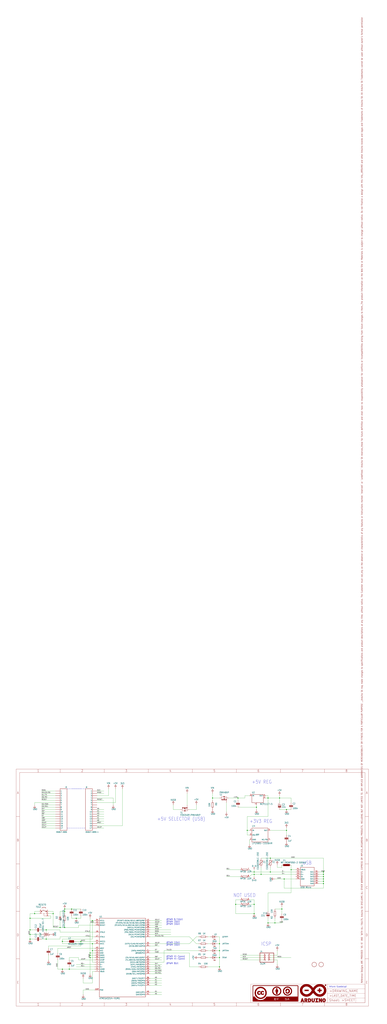
<source format=kicad_sch>
(kicad_sch (version 20211123) (generator eeschema)
  (paper "User" 425.45 1124.51)
  (lib_symbols
    (symbol "schematicEagle-eagle-import:+5V" (power)
      (property "Value" "+5V" (at -2.54 2.54 0))
      (symbol "+5V_1_0"
        (pin power_in line (at 0 -2.54 90) (length 2.54) (name "+5V") (number "1"))
      )
    )
    (symbol "schematicEagle-eagle-import:3V3" (power)
      (property "Value" "3V3" (at -2.286 2.286 0))
      (symbol "3V3_1_0"
        (pin power_in line (at 0 -2.54 90) (length 2.54) (name "3V3") (number "1"))
      )
    )
    (symbol "schematicEagle-eagle-import:4R-NCAY16"
      (property "Reference" "RN" (at -5.08 -3.048 0))
      (property "Value" "4R-NCAY16" (at 2.54 -3.048 0))
      (symbol "4R-NCAY16_1_0"
        (pin passive line (at -5.08 0 0) (length 2.54) (name "1") (number "1"))
        (pin passive line (at 5.08 0 180) (length 2.54) (name "2") (number "8"))
      )
      (symbol "4R-NCAY16_2_0"
        (pin passive line (at -5.08 0 0) (length 2.54) (name "1") (number "2"))
        (pin passive line (at 5.08 0 180) (length 2.54) (name "2") (number "7"))
      )
      (symbol "4R-NCAY16_3_0"
        (pin passive line (at -5.08 0 0) (length 2.54) (name "1") (number "3"))
        (pin passive line (at 5.08 0 180) (length 2.54) (name "2") (number "6"))
      )
      (symbol "4R-NCAY16_4_0"
        (pin passive line (at -5.08 0 0) (length 2.54) (name "1") (number "4"))
        (pin passive line (at 5.08 0 180) (length 2.54) (name "2") (number "5"))
      )
    )
    (symbol "schematicEagle-eagle-import:A3-FRAME"
      (symbol "A3-FRAME_0_0"
        (text "1" (at 24.2094 1.905 0) (effects (font (size 2.54 2.286))))
        (text "1" (at 24.2094 258.445 0) (effects (font (size 2.54 2.286))))
        (text "2" (at 72.6281 1.905 0) (effects (font (size 2.54 2.286))))
        (text "2" (at 72.6281 258.445 0) (effects (font (size 2.54 2.286))))
        (text "3" (at 121.0469 1.905 0) (effects (font (size 2.54 2.286))))
        (text "3" (at 121.0469 258.445 0) (effects (font (size 2.54 2.286))))
        (text "4" (at 169.4656 1.905 0) (effects (font (size 2.54 2.286))))
        (text "4" (at 169.4656 258.445 0) (effects (font (size 2.54 2.286))))
        (text "5" (at 217.8844 1.905 0) (effects (font (size 2.54 2.286))))
        (text "5" (at 217.8844 258.445 0) (effects (font (size 2.54 2.286))))
        (text "6" (at 266.3031 1.905 0) (effects (font (size 2.54 2.286))))
        (text "6" (at 266.3031 258.445 0) (effects (font (size 2.54 2.286))))
        (text "7" (at 314.7219 1.905 0) (effects (font (size 2.54 2.286))))
        (text "7" (at 314.7219 258.445 0) (effects (font (size 2.54 2.286))))
        (text "8" (at 363.1406 1.905 0) (effects (font (size 2.54 2.286))))
        (text "8" (at 363.1406 258.445 0) (effects (font (size 2.54 2.286))))
        (text "A" (at 1.905 234.315 0) (effects (font (size 2.54 2.286))))
        (text "A" (at 385.445 234.315 0) (effects (font (size 2.54 2.286))))
        (text "B" (at 1.905 182.245 0) (effects (font (size 2.54 2.286))))
        (text "B" (at 385.445 182.245 0) (effects (font (size 2.54 2.286))))
        (text "C" (at 1.905 130.175 0) (effects (font (size 2.54 2.286))))
        (text "C" (at 385.445 130.175 0) (effects (font (size 2.54 2.286))))
        (text "D" (at 1.905 78.105 0) (effects (font (size 2.54 2.286))))
        (text "D" (at 385.445 78.105 0) (effects (font (size 2.54 2.286))))
        (text "E" (at 1.905 26.035 0) (effects (font (size 2.54 2.286))))
        (text "E" (at 385.445 26.035 0) (effects (font (size 2.54 2.286))))
      )
      (symbol "A3-FRAME_1_0"
        (text ">DRAWING_NAME" (at 344.17 15.24 0) (effects (font (size 2.54 2.54)) (justify left bottom)))
        (text ">LAST_DATE_TIME" (at 344.17 10.16 0) (effects (font (size 2.286 2.286)) (justify left bottom)))
        (text ">SHEET" (at 357.505 5.08 0) (effects (font (size 2.54 2.54)) (justify left bottom)))
        (text "Reference Designs ARE PROVIDED \"AS IS\" AND \"WITH ALL FAULTS. Arduino SA DISCLAIMS ALL OTHER WARRANTIES, EXPRESS OR IMPLIED,_REGARDING PRODUCTS, INCLUDING BUT NOT LIMITED TO, ANY IMPLIED WARRANTIES OF MERCHANTABILITY OR FITNESS FOR A PARTICULAR PURPOSE __Arduino SA may make changes to specifications and product descriptions at any time, without notice. The Customer must not_rely on the absence or characteristics of any features or instructions marked \"reserved\" or \"undefined.\" Arduino SA reserves_these for future definition and shall have no responsibility whatsoever for conflicts or incompatibilities arising from future changes to them._The product information on the Web Site or Materials is subject to change without notice. Do not finalize a design with this info__ARDUINO and other Arduino brands and logos and Trademarks of Arduino SA. All Arduino SA Trademarks cannot be used without owner's formal permission" (at 381 25.4 900) (effects (font (size 1.6764 1.4249)) (justify left bottom)))
        (text "Sheet:" (at 343.916 4.953 0) (effects (font (size 2.54 2.54)) (justify left bottom)))
      )
    )
    (symbol "schematicEagle-eagle-import:ATMEGA32U4-XUMU"
      (property "Value" "ATMEGA32U4-XUMU" (at -20.32 -63.5 0))
      (symbol "ATMEGA32U4-XUMU_1_0"
        (pin bidirectional line (at 35.56 -10.16 180) (length 5.08) (name "(INT6/AIN0)PE6") (number "1"))
        (pin bidirectional line (at 35.56 10.16 180) (length 5.08) (name "(PDI/MOSI/PCINT2)PB2") (number "10"))
        (pin bidirectional line (at 35.56 12.7 180) (length 5.08) (name "(PD0/MISO/PCINT3)PB3") (number "11"))
        (pin bidirectional line (at 35.56 22.86 180) (length 5.08) (name "(PCINT7/OC0A/OC1C/#RTS)PB7") (number "12"))
        (pin input inverted (at -25.4 17.78 0) (length 5.08) (name "RESET") (number "13"))
        (pin power_in line (at -25.4 -10.16 0) (length 5.08) (name "VCC") (number "14"))
        (pin power_in line (at -25.4 -12.7 0) (length 5.08) (name "GND") (number "15"))
        (pin bidirectional line (at -25.4 10.16 0) (length 5.08) (name "XTAL2") (number "16"))
        (pin bidirectional line (at -25.4 5.08 0) (length 5.08) (name "XTAL1") (number "17"))
        (pin bidirectional line (at 35.56 -35.56 180) (length 5.08) (name "(OC0B/SCL/INT0)PD0") (number "18"))
        (pin bidirectional line (at 35.56 -33.02 180) (length 5.08) (name "(SDA/INT1)PD1") (number "19"))
        (pin power_in line (at -25.4 -22.86 0) (length 5.08) (name "UVCC") (number "2"))
        (pin bidirectional line (at 35.56 -30.48 180) (length 5.08) (name "(RXD1/AIN1/INT2)PD2") (number "20"))
        (pin bidirectional line (at 35.56 -27.94 180) (length 5.08) (name "(TXD1/INT3)PD3") (number "21"))
        (pin bidirectional line (at 35.56 -22.86 180) (length 5.08) (name "(XCK1/#CTS)PD5") (number "22"))
        (pin power_in line (at -25.4 -15.24 0) (length 5.08) (name "GND1") (number "23"))
        (pin power_in line (at -25.4 -2.54 0) (length 5.08) (name "AVCC") (number "24"))
        (pin bidirectional line (at 35.56 -25.4 180) (length 5.08) (name "(ICP1/ADC8)PD4") (number "25"))
        (pin bidirectional line (at 35.56 -20.32 180) (length 5.08) (name "(T1/#OC4D/ADC9)PD6") (number "26"))
        (pin bidirectional line (at 35.56 -17.78 180) (length 5.08) (name "(T0/OC4D/ADC10)PD7") (number "27"))
        (pin bidirectional line (at 35.56 15.24 180) (length 5.08) (name "(ADC11/PCINT4)PB4") (number "28"))
        (pin bidirectional line (at 35.56 17.78 180) (length 5.08) (name "(PCINT5/OC1A/#OC4B/ADC12)PB5") (number "29"))
        (pin bidirectional line (at -25.4 -25.4 0) (length 5.08) (name "D-") (number "3"))
        (pin bidirectional line (at 35.56 20.32 180) (length 5.08) (name "(PCINT6/OC1B/OC4B/ADC13)PB6") (number "30"))
        (pin bidirectional line (at 35.56 -5.08 180) (length 5.08) (name "(OC3A/#0C4A)PC6") (number "31"))
        (pin bidirectional line (at 35.56 -2.54 180) (length 5.08) (name "(ICP3/CLK0/OC4A)PC7") (number "32"))
        (pin bidirectional line (at 35.56 -12.7 180) (length 5.08) (name "(#HWB)PE2") (number "33"))
        (pin power_in line (at -25.4 22.86 0) (length 5.08) (name "VCC1") (number "34"))
        (pin power_in line (at -25.4 -17.78 0) (length 5.08) (name "GND2") (number "35"))
        (pin bidirectional line (at 35.56 -40.64 180) (length 5.08) (name "(ADC7/TDI)PF7") (number "36"))
        (pin bidirectional line (at 35.56 -43.18 180) (length 5.08) (name "(ADC6/TDO)PF6") (number "37"))
        (pin bidirectional line (at 35.56 -45.72 180) (length 5.08) (name "(ADC5/TMS)PF5") (number "38"))
        (pin bidirectional line (at 35.56 -48.26 180) (length 5.08) (name "(ADC4/TCK)PF4") (number "39"))
        (pin bidirectional line (at -25.4 -27.94 0) (length 5.08) (name "D+") (number "4"))
        (pin bidirectional line (at 35.56 -55.88 180) (length 5.08) (name "(ADC1)PF1") (number "40"))
        (pin bidirectional line (at 35.56 -58.42 180) (length 5.08) (name "(ADC0)PF0") (number "41"))
        (pin power_in line (at -25.4 -7.62 0) (length 5.08) (name "AREF") (number "42"))
        (pin power_in line (at -25.4 20.32 0) (length 5.08) (name "GND3") (number "43"))
        (pin power_in line (at -25.4 0 0) (length 5.08) (name "AVCC1") (number "44"))
        (pin power_in line (at -25.4 -30.48 0) (length 5.08) (name "UGND") (number "5"))
        (pin passive line (at -25.4 -20.32 0) (length 5.08) (name "UCAP") (number "6"))
        (pin input line (at -25.4 -33.02 0) (length 5.08) (name "VBUS") (number "7"))
        (pin bidirectional line (at 35.56 5.08 180) (length 5.08) (name "(SS/PCINT0)PB0") (number "8"))
        (pin bidirectional line (at 35.56 7.62 180) (length 5.08) (name "(SCLK/PCINT1)PB1") (number "9"))
        (pin power_in line (at -25.4 -53.34 0) (length 5.08) (name "PAD") (number "EXP"))
      )
    )
    (symbol "schematicEagle-eagle-import:C-EUC0402"
      (property "Reference" "C" (at 1.524 0.381 0))
      (property "Value" "C-EUC0402" (at 1.524 -4.699 0))
      (symbol "C-EUC0402_1_0"
        (pin passive line (at 0 2.54 270) (length 2.54) (name "1") (number "1"))
        (pin passive line (at 0 -5.08 90) (length 2.54) (name "2") (number "2"))
      )
    )
    (symbol "schematicEagle-eagle-import:CPOL-EUSMCB"
      (property "Reference" "C" (at 1.143 0.4826 0))
      (property "Value" "CPOL-EUSMCB" (at 1.143 -4.5974 0))
      (symbol "CPOL-EUSMCB_1_0"
        (text "+" (at -0.5842 0.4064 900) (effects (font (size 1.27 1.0795)) (justify left bottom)))
        (pin passive line (at 0 2.54 270) (length 2.54) (name "+") (number "+"))
        (pin passive line (at 0 -5.08 90) (length 2.54) (name "-") (number "-"))
      )
    )
    (symbol "schematicEagle-eagle-import:CRYSTAL-3.2-2.5"
      (property "Reference" "X" (at 2.54 1.016 0))
      (property "Value" "CRYSTAL-3.2-2.5" (at 2.54 -2.54 0))
      (symbol "CRYSTAL-3.2-2.5_1_0"
        (text "1" (at -2.159 -1.143 0) (effects (font (size 0.8636 0.734)) (justify left bottom)))
        (text "2" (at 1.524 -1.143 0) (effects (font (size 0.8636 0.734)) (justify left bottom)))
        (text "3" (at 1.143 2.794 900) (effects (font (size 0.8636 0.734)) (justify left bottom)))
        (pin passive line (at -2.54 0 0) (length 0) (name "C1") (number "1"))
        (pin passive line (at 0 -5.08 90) (length 2.54) (name "GND@1") (number "2"))
        (pin passive line (at 2.54 0 180) (length 0) (name "C2") (number "3"))
        (pin passive line (at 0 5.08 270) (length 2.54) (name "GND@2") (number "4"))
      )
    )
    (symbol "schematicEagle-eagle-import:DIODE-MINIMELF"
      (property "Reference" "D" (at 2.54 0.4826 0))
      (property "Value" "DIODE-MINIMELF" (at 2.54 -2.3114 0))
      (symbol "DIODE-MINIMELF_1_0"
        (pin passive line (at -2.54 0 0) (length 2.54) (name "A") (number "A"))
        (pin passive line (at 2.54 0 180) (length 2.54) (name "C") (number "C"))
      )
    )
    (symbol "schematicEagle-eagle-import:FIDUCIAL-1.5MM")
    (symbol "schematicEagle-eagle-import:GND" (power)
      (property "Value" "GND" (at -1.905 -3.175 0))
      (symbol "GND_1_0"
        (pin power_in line (at 0 2.54 270) (length 2.54) (name "GND") (number "1"))
      )
    )
    (symbol "schematicEagle-eagle-import:HEAD17-NOSS"
      (property "Reference" "J" (at -2.54 21.336 0))
      (property "Value" "HEAD17-NOSS" (at -2.54 -27.94 0))
      (symbol "HEAD17-NOSS_1_0"
        (pin passive line (at 10.16 17.78 180) (length 5.08) (name "1") (number "1"))
        (pin passive line (at 10.16 -5.08 180) (length 5.08) (name "10") (number "10"))
        (pin passive line (at 10.16 -7.62 180) (length 5.08) (name "11") (number "11"))
        (pin passive line (at 10.16 -10.16 180) (length 5.08) (name "12") (number "12"))
        (pin passive line (at 10.16 -12.7 180) (length 5.08) (name "13") (number "13"))
        (pin passive line (at 10.16 -15.24 180) (length 5.08) (name "14") (number "14"))
        (pin passive line (at 10.16 -17.78 180) (length 5.08) (name "15") (number "15"))
        (pin passive line (at 10.16 -20.32 180) (length 5.08) (name "16") (number "16"))
        (pin passive line (at 10.16 -22.86 180) (length 5.08) (name "17") (number "17"))
        (pin passive line (at 10.16 15.24 180) (length 5.08) (name "2") (number "2"))
        (pin passive line (at 10.16 12.7 180) (length 5.08) (name "3") (number "3"))
        (pin passive line (at 10.16 10.16 180) (length 5.08) (name "4") (number "4"))
        (pin passive line (at 10.16 7.62 180) (length 5.08) (name "5") (number "5"))
        (pin passive line (at 10.16 5.08 180) (length 5.08) (name "6") (number "6"))
        (pin passive line (at 10.16 2.54 180) (length 5.08) (name "7") (number "7"))
        (pin passive line (at 10.16 0 180) (length 5.08) (name "8") (number "8"))
        (pin passive line (at 10.16 -2.54 180) (length 5.08) (name "9") (number "9"))
      )
    )
    (symbol "schematicEagle-eagle-import:HEAD17-NOSS-1"
      (property "Reference" "J" (at -2.54 21.336 0))
      (property "Value" "HEAD17-NOSS-1" (at -2.54 -27.94 0))
      (symbol "HEAD17-NOSS-1_1_0"
        (pin passive line (at 10.16 17.78 180) (length 5.08) (name "1") (number "1"))
        (pin passive line (at 10.16 -5.08 180) (length 5.08) (name "10") (number "10"))
        (pin passive line (at 10.16 -7.62 180) (length 5.08) (name "11") (number "11"))
        (pin passive line (at 10.16 -10.16 180) (length 5.08) (name "12") (number "12"))
        (pin passive line (at 10.16 -12.7 180) (length 5.08) (name "13") (number "13"))
        (pin passive line (at 10.16 -15.24 180) (length 5.08) (name "14") (number "14"))
        (pin passive line (at 10.16 -17.78 180) (length 5.08) (name "15") (number "15"))
        (pin passive line (at 10.16 -20.32 180) (length 5.08) (name "16") (number "16"))
        (pin passive line (at 10.16 -22.86 180) (length 5.08) (name "17") (number "17"))
        (pin passive line (at 10.16 15.24 180) (length 5.08) (name "2") (number "2"))
        (pin passive line (at 10.16 12.7 180) (length 5.08) (name "3") (number "3"))
        (pin passive line (at 10.16 10.16 180) (length 5.08) (name "4") (number "4"))
        (pin passive line (at 10.16 7.62 180) (length 5.08) (name "5") (number "5"))
        (pin passive line (at 10.16 5.08 180) (length 5.08) (name "6") (number "6"))
        (pin passive line (at 10.16 2.54 180) (length 5.08) (name "7") (number "7"))
        (pin passive line (at 10.16 0 180) (length 5.08) (name "8") (number "8"))
        (pin passive line (at 10.16 -2.54 180) (length 5.08) (name "9") (number "9"))
      )
    )
    (symbol "schematicEagle-eagle-import:L-EUL1812"
      (property "Reference" "L" (at -1.4986 -3.81 90))
      (property "Value" "L-EUL1812" (at 3.302 -3.81 90))
      (symbol "L-EUL1812_1_0"
        (pin passive line (at 0 5.08 270) (length 2.54) (name "1") (number "1"))
        (pin passive line (at 0 -5.08 90) (length 2.54) (name "2") (number "2"))
      )
    )
    (symbol "schematicEagle-eagle-import:LEDCHIPLED_0805"
      (property "Reference" "LED" (at 3.556 -4.572 90))
      (property "Value" "LEDCHIPLED_0805" (at 5.715 -4.572 90))
      (symbol "LEDCHIPLED_0805_1_0"
        (pin passive line (at 0 2.54 270) (length 2.54) (name "A") (number "A"))
        (pin passive line (at 0 -5.08 90) (length 2.54) (name "C") (number "C"))
      )
    )
    (symbol "schematicEagle-eagle-import:LINEAR_MC33269ST"
      (property "Reference" "IC" (at -5.08 7.62 0))
      (property "Value" "LINEAR_MC33269ST" (at 3.81 -5.08 0))
      (symbol "LINEAR_MC33269ST_1_0"
        (pin input line (at 0 -5.08 90) (length 2.54) (name "GND/ADJ") (number "1"))
        (pin passive line (at 10.16 2.54 180) (length 2.54) (name "OUT@1") (number "2"))
        (pin input line (at -7.62 5.08 0) (length 2.54) (name "IN") (number "3"))
        (pin passive line (at 10.16 5.08 180) (length 2.54) (name "OUT") (number "4"))
      )
    )
    (symbol "schematicEagle-eagle-import:LP2985-XXDBVR"
      (property "Reference" "IC" (at -7.62 8.89 0))
      (property "Value" "LP2985-XXDBVR" (at -7.62 -10.16 0))
      (symbol "LP2985-XXDBVR_1_0"
        (pin input line (at -10.16 5.08 0) (length 2.54) (name "IN") (number "1"))
        (pin power_in line (at -10.16 -5.08 0) (length 2.54) (name "GND") (number "2"))
        (pin input line (at -10.16 0 0) (length 2.54) (name "ON/~{OFF}") (number "3"))
        (pin passive line (at 12.7 -5.08 180) (length 2.54) (name "NC/FB") (number "4"))
        (pin passive line (at 12.7 5.08 180) (length 2.54) (name "OUT") (number "5"))
      )
    )
    (symbol "schematicEagle-eagle-import:PINHD-2X3"
      (property "Reference" "JP" (at -6.35 5.715 0))
      (property "Value" "PINHD-2X3" (at -6.35 -7.62 0))
      (symbol "PINHD-2X3_1_0"
        (pin passive inverted (at -2.54 2.54 0) (length 2.54) (name "1") (number "1"))
        (pin passive inverted (at 5.08 2.54 180) (length 2.54) (name "2") (number "2"))
        (pin passive inverted (at -2.54 0 0) (length 2.54) (name "3") (number "3"))
        (pin passive inverted (at 5.08 0 180) (length 2.54) (name "4") (number "4"))
        (pin passive inverted (at -2.54 -2.54 0) (length 2.54) (name "5") (number "5"))
        (pin passive inverted (at 5.08 -2.54 180) (length 2.54) (name "6") (number "6"))
      )
    )
    (symbol "schematicEagle-eagle-import:PMOSSOT23"
      (property "Reference" "T" (at 2.54 2.54 0))
      (property "Value" "PMOSSOT23" (at 2.54 0 0))
      (symbol "PMOSSOT23_1_0"
        (pin passive line (at 0 5.08 270) (length 2.54) (name "D") (number "1"))
        (pin passive line (at 0 -5.08 90) (length 2.54) (name "S") (number "2"))
        (pin passive line (at -5.08 -2.54 0) (length 2.54) (name "G") (number "3"))
      )
    )
    (symbol "schematicEagle-eagle-import:R-EU_R0402"
      (property "Reference" "R" (at -3.81 1.4986 0))
      (property "Value" "R-EU_R0402" (at -3.81 -3.302 0))
      (symbol "R-EU_R0402_1_0"
        (pin passive line (at -5.08 0 0) (length 2.54) (name "1") (number "1"))
        (pin passive line (at 5.08 0 180) (length 2.54) (name "2") (number "2"))
      )
    )
    (symbol "schematicEagle-eagle-import:TPTP-1.00MM"
      (property "Reference" "TP" (at 0 0.508 0))
      (symbol "TPTP-1.00MM_1_0"
        (pin passive line (at 0 -2.54 90) (length 0) (name "P$1") (number "X"))
      )
    )
    (symbol "schematicEagle-eagle-import:TS42"
      (property "Value" "TS42" (at -3.81 3.175 90))
      (symbol "TS42_1_0"
        (pin passive line (at 0 -5.08 90) (length 2.54) (name "1") (number "1"))
        (pin passive line (at 2.54 -5.08 90) (length 2.54) (name "2") (number "2"))
        (pin passive line (at 0 5.08 270) (length 2.54) (name "3") (number "3"))
        (pin passive line (at 2.54 5.08 270) (length 2.54) (name "4") (number "4"))
        (pin power_in line (at 5.08 -5.08 90) (length 2.54) (name "5-GND") (number "5"))
      )
    )
    (symbol "schematicEagle-eagle-import:USB-MICRO-LEGACY"
      (property "Reference" "J" (at -7.62 8.382 0))
      (property "Value" "USB-MICRO-LEGACY" (at -7.62 -15.24 0))
      (symbol "USB-MICRO-LEGACY_1_0"
        (pin power_in line (at -12.7 5.08 0) (length 5.08) (name "VBUS") (number "P1"))
        (pin bidirectional line (at -12.7 2.54 0) (length 5.08) (name "D-") (number "P2"))
        (pin bidirectional line (at -12.7 0 0) (length 5.08) (name "D+") (number "P3"))
        (pin bidirectional line (at -12.7 -2.54 0) (length 5.08) (name "ID") (number "P4"))
        (pin passive line (at -12.7 -5.08 0) (length 5.08) (name "GND") (number "P5"))
        (pin passive line (at 12.7 2.54 180) (length 5.08) (name "SH1") (number "S1"))
        (pin passive line (at 12.7 0 180) (length 5.08) (name "SH2") (number "S2"))
        (pin passive line (at 12.7 -2.54 180) (length 5.08) (name "SH3") (number "S3"))
        (pin passive line (at 12.7 -5.08 180) (length 5.08) (name "SH4") (number "S4"))
        (pin passive line (at 12.7 -7.62 180) (length 5.08) (name "SH5") (number "S5"))
        (pin passive line (at 12.7 -10.16 180) (length 5.08) (name "SH6") (number "S6"))
      )
    )
    (symbol "schematicEagle-eagle-import:VARISTORCN0603"
      (property "Reference" "R" (at -2.54 3.81 0))
      (property "Value" "VARISTORCN0603" (at -2.54 -6.35 0))
      (symbol "VARISTORCN0603_1_0"
        (pin passive line (at 5.08 0 180) (length 2.54) (name "1") (number "1"))
        (pin passive line (at -5.08 0 0) (length 2.54) (name "2") (number "2"))
      )
    )
    (symbol "schematicEagle-eagle-import:VIN" (power)
      (property "Value" "VIN" (at -2.032 2.54 0))
      (symbol "VIN_1_0"
        (pin power_in line (at 0 -2.54 90) (length 2.54) (name "VIN") (number "1"))
      )
    )
    (symbol "schematicEagle-eagle-import:VUSB" (power)
      (property "Value" "VUSB" (at -3.048 2.032 0))
      (symbol "VUSB_1_0"
        (pin power_in line (at 0 -2.54 90) (length 2.54) (name "VUSB") (number "1"))
      )
    )
    (symbol "schematicEagle-eagle-import:WE-CBF_0805"
      (property "Reference" "L" (at -3.81 5.08 0))
      (property "Value" "WE-CBF_0805" (at -3.81 -1.27 0))
      (symbol "WE-CBF_0805_1_0"
        (pin passive line (at -5.08 2.54 0) (length 2.54) (name "1") (number "1"))
        (pin passive line (at 5.08 2.54 180) (length 2.54) (name "2") (number "2"))
      )
    )
  )
  (junction (at 33.02 1021.08))
  (junction (at 297.18 957.58))
  (junction (at 355.6 957.58))
  (junction (at 279.4 993.14))
  (junction (at 78.74 998.22))
  (junction (at 314.96 889))
  (junction (at 355.6 960.12))
  (junction (at 71.12 998.22))
  (junction (at 83.82 1008.38))
  (junction (at 355.6 962.66))
  (junction (at 99.06 1046.48))
  (junction (at 50.8 1021.08))
  (junction (at 287.02 960.12))
  (junction (at 38.1 1003.3))
  (junction (at 76.2 1064.26))
  (junction (at 101.6 1010.92))
  (junction (at 241.3 1036.32))
  (junction (at 99.06 1051.56))
  (junction (at 297.18 942.34))
  (junction (at 355.6 967.74))
  (junction (at 58.42 1003.3))
  (junction (at 259.08 993.14))
  (junction (at 101.6 1043.94))
  (junction (at 88.9 1033.78))
  (junction (at 241.3 1061.72))
  (junction (at 241.3 1051.56))
  (junction (at 99.06 1049.02))
  (junction (at 33.02 1008.38))
  (junction (at 101.6 1036.32))
  (junction (at 50.8 1031.24))
  (junction (at 281.94 886.46))
  (junction (at 309.88 998.22))
  (junction (at 320.04 955.04))
  (junction (at 241.3 1043.94))
  (junction (at 71.12 1000.76))
  (junction (at 66.04 1018.54))
  (junction (at 294.64 1013.46))
  (junction (at 33.02 1031.24))
  (junction (at 355.6 965.2))
  (junction (at 314.96 911.86))
  (junction (at 355.6 970.28))
  (junction (at 233.68 876.3))
  (junction (at 279.4 957.58))
  (junction (at 294.64 876.3))
  (junction (at 302.26 1013.46))
  (junction (at 271.78 911.86))
  (junction (at 279.4 960.12))
  (junction (at 279.4 1003.3))
  (junction (at 312.42 965.2))
  (junction (at 68.58 1064.26))
  (junction (at 261.62 876.3))
  (junction (at 71.12 1018.54))
  (junction (at 307.34 876.3))
  (junction (at 33.02 1026.16))
  (junction (at 68.58 1033.78))
  (wire (pts (xy 66.04 1010.92) (xy 66.04 1018.54)))
  (wire (pts (xy 274.32 922.02) (xy 274.32 927.1)))
  (wire (pts (xy 241.3 1043.94) (xy 241.3 1036.32)))
  (wire (pts (xy 325.12 965.2) (xy 312.42 965.2)))
  (wire (pts (xy 259.08 1003.3) (xy 279.4 1003.3)))
  (wire (pts (xy 45.72 883.92) (xy 60.96 883.92)))
  (wire (pts (xy 104.14 1059.18) (xy 83.82 1059.18)))
  (wire (pts (xy 53.34 1041.4) (xy 53.34 1038.86)))
  (wire (pts (xy 33.02 1003.3) (xy 33.02 1008.38)))
  (wire (pts (xy 320.04 955.04) (xy 320.04 980.44)))
  (wire (pts (xy 101.6 1036.32) (xy 101.6 1043.94)))
  (wire (pts (xy 304.8 952.5) (xy 304.8 949.96)))
  (wire (pts (xy 165.1 1076.96) (xy 177.8 1076.96)))
  (wire (pts (xy 238.76 1028.7) (xy 241.3 1028.7)))
  (wire (pts (xy 104.14 1016) (xy 86.36 1016)))
  (wire (pts (xy 104.14 1036.32) (xy 101.6 1036.32)))
  (wire (pts (xy 177.8 1010.92) (xy 165.1 1010.92)))
  (wire (pts (xy 320.04 1051.56) (xy 297.18 1051.56)))
  (wire (pts (xy 38.1 881.38) (xy 60.96 881.38)))
  (wire (pts (xy 60.96 896.62) (xy 45.72 896.62)))
  (polyline (pts (xy 73.66 866.14) (xy 78.74 866.14)))
  (wire (pts (xy 83.82 1008.38) (xy 78.74 1008.38)))
  (wire (pts (xy 106.68 873.76) (xy 119.38 873.76)))
  (wire (pts (xy 83.82 1033.78) (xy 88.9 1033.78)))
  (wire (pts (xy 99.06 1010.92) (xy 99.06 1008.38)))
  (wire (pts (xy 355.6 967.74) (xy 355.6 970.28)))
  (wire (pts (xy 43.18 1000.76) (xy 38.1 1000.76)))
  (wire (pts (xy 309.88 1013.46) (xy 302.26 1013.46)))
  (wire (pts (xy 60.96 889) (xy 45.72 889)))
  (wire (pts (xy 307.34 881.38) (xy 307.34 876.3)))
  (wire (pts (xy 101.6 1043.94) (xy 104.14 1043.94)))
  (wire (pts (xy 276.86 957.58) (xy 274.32 955.04)))
  (wire (pts (xy 165.1 1082.04) (xy 177.8 1082.04)))
  (wire (pts (xy 350.52 965.2) (xy 355.6 965.2)))
  (wire (pts (xy 309.88 995.68) (xy 309.88 998.22)))
  (wire (pts (xy 233.68 876.3) (xy 233.68 871.22)))
  (wire (pts (xy 294.64 1013.46) (xy 294.64 1008.38)))
  (wire (pts (xy 33.02 1008.38) (xy 33.02 1021.08)))
  (wire (pts (xy 261.62 878.84) (xy 261.62 876.3)))
  (wire (pts (xy 208.28 1046.48) (xy 208.28 1061.72)))
  (wire (pts (xy 281.94 886.46) (xy 281.94 889)))
  (wire (pts (xy 50.8 1023.62) (xy 50.8 1021.08)))
  (wire (pts (xy 101.6 1010.92) (xy 99.06 1010.92)))
  (wire (pts (xy 66.04 1018.54) (xy 71.12 1018.54)))
  (wire (pts (xy 60.96 891.54) (xy 45.72 891.54)))
  (wire (pts (xy 53.34 1003.3) (xy 58.42 1003.3)))
  (wire (pts (xy 88.9 1008.38) (xy 88.9 1005.84)))
  (wire (pts (xy 302.26 1008.38) (xy 302.26 1013.46)))
  (wire (pts (xy 297.18 957.58) (xy 325.12 957.58)))
  (wire (pts (xy 177.8 1013.46) (xy 165.1 1013.46)))
  (wire (pts (xy 45.72 901.7) (xy 60.96 901.7)))
  (wire (pts (xy 88.9 1033.78) (xy 104.14 1033.78)))
  (wire (pts (xy 231.14 1043.94) (xy 228.6 1043.94)))
  (wire (pts (xy 50.8 1031.24) (xy 66.04 1031.24)))
  (wire (pts (xy 58.42 1000.76) (xy 58.42 1003.3)))
  (wire (pts (xy 190.5 889) (xy 190.5 883.92)))
  (wire (pts (xy 114.3 894.08) (xy 106.68 894.08)))
  (wire (pts (xy 215.9 889) (xy 208.28 889)))
  (wire (pts (xy 78.74 998.22) (xy 88.9 998.22)))
  (wire (pts (xy 86.36 1016) (xy 86.36 1018.54)))
  (wire (pts (xy 264.16 962.66) (xy 248.92 962.66)))
  (wire (pts (xy 104.14 1051.56) (xy 99.06 1051.56)))
  (wire (pts (xy 33.02 1026.16) (xy 33.02 1031.24)))
  (wire (pts (xy 101.6 1031.24) (xy 68.58 1031.24)))
  (wire (pts (xy 304.8 1054.1) (xy 304.8 1059.18)))
  (wire (pts (xy 302.26 998.22) (xy 309.88 998.22)))
  (wire (pts (xy 134.62 906.78) (xy 134.62 866.14)))
  (wire (pts (xy 165.1 1059.18) (xy 177.8 1059.18)))
  (wire (pts (xy 38.1 881.38) (xy 38.1 883.92)))
  (wire (pts (xy 320.04 949.96) (xy 320.04 955.04)))
  (wire (pts (xy 269.24 876.3) (xy 269.24 873.76)))
  (wire (pts (xy 241.3 876.3) (xy 233.68 876.3)))
  (wire (pts (xy 60.96 876.3) (xy 45.72 876.3)))
  (wire (pts (xy 297.18 1054.1) (xy 304.8 1054.1)))
  (wire (pts (xy 248.92 891.54) (xy 248.92 881.38)))
  (wire (pts (xy 276.86 960.12) (xy 279.4 960.12)))
  (wire (pts (xy 101.6 1010.92) (xy 101.6 1031.24)))
  (wire (pts (xy 218.44 1028.7) (xy 215.9 1028.7)))
  (wire (pts (xy 177.8 1064.26) (xy 165.1 1064.26)))
  (wire (pts (xy 274.32 988.06) (xy 279.4 988.06)))
  (wire (pts (xy 350.52 960.12) (xy 355.6 960.12)))
  (wire (pts (xy 104.14 1054.1) (xy 86.36 1054.1)))
  (wire (pts (xy 355.6 962.66) (xy 355.6 965.2)))
  (wire (pts (xy 309.88 998.22) (xy 309.88 1003.3)))
  (wire (pts (xy 279.4 1003.3) (xy 279.4 993.14)))
  (wire (pts (xy 104.14 1066.8) (xy 101.6 1066.8)))
  (wire (pts (xy 53.34 1038.86) (xy 88.9 1038.86)))
  (polyline (pts (xy 73.66 909.32) (xy 93.98 909.32)))
  (wire (pts (xy 177.8 1016) (xy 165.1 1016)))
  (wire (pts (xy 294.64 876.3) (xy 294.64 896.62)))
  (wire (pts (xy 99.06 1046.48) (xy 99.06 1049.02)))
  (wire (pts (xy 104.14 1013.46) (xy 99.06 1013.46)))
  (wire (pts (xy 71.12 1018.54) (xy 86.36 1018.54)))
  (wire (pts (xy 238.76 1043.94) (xy 241.3 1043.94)))
  (wire (pts (xy 180.34 1043.94) (xy 218.44 1043.94)))
  (wire (pts (xy 309.88 949.96) (xy 309.88 952.5)))
  (wire (pts (xy 259.08 993.14) (xy 259.08 1003.3)))
  (wire (pts (xy 215.9 1036.32) (xy 218.44 1036.32)))
  (wire (pts (xy 55.88 1008.38) (xy 33.02 1008.38)))
  (wire (pts (xy 127 881.38) (xy 106.68 881.38)))
  (wire (pts (xy 292.1 873.76) (xy 294.64 873.76)))
  (wire (pts (xy 228.6 1028.7) (xy 231.14 1028.7)))
  (wire (pts (xy 76.2 1064.26) (xy 68.58 1064.26)))
  (wire (pts (xy 165.1 1056.64) (xy 180.34 1056.64)))
  (wire (pts (xy 208.28 1028.7) (xy 215.9 1036.32)))
  (wire (pts (xy 238.76 1036.32) (xy 241.3 1036.32)))
  (wire (pts (xy 68.58 1036.32) (xy 101.6 1036.32)))
  (wire (pts (xy 38.1 1021.08) (xy 33.02 1021.08)))
  (wire (pts (xy 297.18 911.86) (xy 314.96 911.86)))
  (wire (pts (xy 50.8 1021.08) (xy 66.04 1021.08)))
  (wire (pts (xy 264.16 988.06) (xy 259.08 988.06)))
  (wire (pts (xy 177.8 1066.8) (xy 165.1 1066.8)))
  (wire (pts (xy 307.34 876.3) (xy 307.34 873.76)))
  (wire (pts (xy 241.3 1061.72) (xy 241.3 1051.56)))
  (wire (pts (xy 68.58 1033.78) (xy 73.66 1033.78)))
  (wire (pts (xy 294.64 1000.76) (xy 294.64 980.44)))
  (wire (pts (xy 45.72 1021.08) (xy 50.8 1021.08)))
  (wire (pts (xy 314.96 889) (xy 307.34 889)))
  (wire (pts (xy 309.88 952.5) (xy 304.8 952.5)))
  (wire (pts (xy 302.26 965.2) (xy 312.42 965.2)))
  (wire (pts (xy 320.04 889) (xy 314.96 889)))
  (wire (pts (xy 45.72 909.32) (xy 60.96 909.32)))
  (wire (pts (xy 78.74 1008.38) (xy 78.74 1005.84)))
  (wire (pts (xy 45.72 906.78) (xy 60.96 906.78)))
  (wire (pts (xy 38.1 1003.3) (xy 43.18 1003.3)))
  (wire (pts (xy 104.14 1064.26) (xy 76.2 1064.26)))
  (wire (pts (xy 355.6 942.34) (xy 297.18 942.34)))
  (wire (pts (xy 350.52 957.58) (xy 355.6 957.58)))
  (wire (pts (xy 114.3 901.7) (xy 106.68 901.7)))
  (wire (pts (xy 45.72 1026.16) (xy 33.02 1026.16)))
  (wire (pts (xy 271.78 896.62) (xy 271.78 911.86)))
  (wire (pts (xy 91.44 1087.12) (xy 91.44 1092.2)))
  (wire (pts (xy 165.1 1079.5) (xy 177.8 1079.5)))
  (wire (pts (xy 355.6 957.58) (xy 355.6 942.34)))
  (wire (pts (xy 33.02 1021.08) (xy 33.02 1026.16)))
  (wire (pts (xy 297.18 952.5) (xy 297.18 957.58)))
  (wire (pts (xy 287.02 942.34) (xy 297.18 942.34)))
  (wire (pts (xy 312.42 965.2) (xy 312.42 975.36)))
  (wire (pts (xy 274.32 873.76) (xy 269.24 873.76)))
  (wire (pts (xy 55.88 1005.84) (xy 55.88 1008.38)))
  (wire (pts (xy 106.68 906.78) (xy 134.62 906.78)))
  (wire (pts (xy 264.16 1054.1) (xy 289.56 1054.1)))
  (wire (pts (xy 99.06 1051.56) (xy 99.06 1069.34)))
  (wire (pts (xy 325.12 955.04) (xy 320.04 955.04)))
  (wire (pts (xy 320.04 881.38) (xy 320.04 876.3)))
  (wire (pts (xy 101.6 1010.92) (xy 104.14 1010.92)))
  (wire (pts (xy 76.2 1061.72) (xy 76.2 1064.26)))
  (wire (pts (xy 215.9 883.92) (xy 215.9 889)))
  (wire (pts (xy 228.6 1036.32) (xy 231.14 1036.32)))
  (wire (pts (xy 114.3 889) (xy 106.68 889)))
  (wire (pts (xy 58.42 1003.3) (xy 58.42 1018.54)))
  (wire (pts (xy 60.96 868.68) (xy 45.72 868.68)))
  (wire (pts (xy 187.96 1021.08) (xy 165.1 1021.08)))
  (wire (pts (xy 104.14 1061.72) (xy 83.82 1061.72)))
  (wire (pts (xy 88.9 1008.38) (xy 83.82 1008.38)))
  (wire (pts (xy 165.1 1046.48) (xy 208.28 1046.48)))
  (wire (pts (xy 66.04 1023.62) (xy 66.04 1021.08)))
  (wire (pts (xy 215.9 1028.7) (xy 208.28 1036.32)))
  (wire (pts (xy 114.3 904.24) (xy 106.68 904.24)))
  (wire (pts (xy 104.14 1046.48) (xy 99.06 1046.48)))
  (wire (pts (xy 114.3 896.62) (xy 106.68 896.62)))
  (wire (pts (xy 279.4 960.12) (xy 279.4 962.66)))
  (wire (pts (xy 71.12 1000.76) (xy 71.12 998.22)))
  (wire (pts (xy 264.16 955.04) (xy 248.92 955.04)))
  (wire (pts (xy 66.04 1028.7) (xy 66.04 1031.24)))
  (wire (pts (xy 287.02 960.12) (xy 325.12 960.12)))
  (wire (pts (xy 187.96 1026.16) (xy 165.1 1026.16)))
  (wire (pts (xy 355.6 965.2) (xy 355.6 967.74)))
  (wire (pts (xy 60.96 873.76) (xy 45.72 873.76)))
  (wire (pts (xy 177.8 1054.1) (xy 165.1 1054.1)))
  (wire (pts (xy 53.34 1054.1) (xy 53.34 1049.02)))
  (wire (pts (xy 208.28 1061.72) (xy 218.44 1061.72)))
  (polyline (pts (xy 88.9 866.14) (xy 78.74 866.14)))
  (wire (pts (xy 68.58 1064.26) (xy 63.5 1064.26)))
  (wire (pts (xy 60.96 871.22) (xy 45.72 871.22)))
  (wire (pts (xy 63.5 1041.4) (xy 63.5 1046.48)))
  (wire (pts (xy 99.06 1046.48) (xy 99.06 1013.46)))
  (wire (pts (xy 104.14 1087.12) (xy 91.44 1087.12)))
  (wire (pts (xy 271.78 911.86) (xy 274.32 911.86)))
  (wire (pts (xy 68.58 1031.24) (xy 68.58 1033.78)))
  (wire (pts (xy 58.42 1018.54) (xy 66.04 1018.54)))
  (wire (pts (xy 264.16 993.14) (xy 259.08 993.14)))
  (wire (pts (xy 228.6 1061.72) (xy 241.3 1061.72)))
  (wire (pts (xy 66.04 1000.76) (xy 71.12 1000.76)))
  (wire (pts (xy 302.26 1013.46) (xy 294.64 1013.46)))
  (wire (pts (xy 279.4 988.06) (xy 279.4 993.14)))
  (wire (pts (xy 101.6 1056.64) (xy 101.6 1043.94)))
  (wire (pts (xy 101.6 1079.5) (xy 91.44 1079.5)))
  (wire (pts (xy 101.6 1066.8) (xy 101.6 1079.5)))
  (wire (pts (xy 355.6 957.58) (xy 355.6 960.12)))
  (wire (pts (xy 177.8 1069.34) (xy 165.1 1069.34)))
  (wire (pts (xy 320.04 876.3) (xy 307.34 876.3)))
  (wire (pts (xy 177.8 1061.72) (xy 165.1 1061.72)))
  (wire (pts (xy 350.52 970.28) (xy 355.6 970.28)))
  (wire (pts (xy 104.14 1049.02) (xy 99.06 1049.02)))
  (wire (pts (xy 264.16 1051.56) (xy 289.56 1051.56)))
  (wire (pts (xy 71.12 998.22) (xy 78.74 998.22)))
  (wire (pts (xy 314.96 916.94) (xy 314.96 911.86)))
  (wire (pts (xy 165.1 1074.42) (xy 177.8 1074.42)))
  (wire (pts (xy 165.1 1092.2) (xy 177.8 1092.2)))
  (wire (pts (xy 350.52 967.74) (xy 355.6 967.74)))
  (wire (pts (xy 205.74 883.92) (xy 205.74 871.22)))
  (wire (pts (xy 114.3 868.68) (xy 106.68 868.68)))
  (wire (pts (xy 228.6 1051.56) (xy 231.14 1051.56)))
  (wire (pts (xy 91.44 1079.5) (xy 91.44 1074.42)))
  (wire (pts (xy 45.72 904.24) (xy 60.96 904.24)))
  (wire (pts (xy 271.78 916.94) (xy 271.78 911.86)))
  (wire (pts (xy 279.4 960.12) (xy 287.02 960.12)))
  (wire (pts (xy 281.94 886.46) (xy 281.94 883.92)))
  (wire (pts (xy 104.14 881.38) (xy 106.68 881.38)))
  (wire (pts (xy 33.02 1003.3) (xy 38.1 1003.3)))
  (wire (pts (xy 279.4 955.04) (xy 279.4 957.58)))
  (wire (pts (xy 238.76 1051.56) (xy 241.3 1051.56)))
  (wire (pts (xy 355.6 960.12) (xy 355.6 962.66)))
  (wire (pts (xy 45.72 1031.24) (xy 50.8 1031.24)))
  (wire (pts (xy 88.9 1038.86) (xy 88.9 1033.78)))
  (wire (pts (xy 355.6 975.36) (xy 355.6 970.28)))
  (wire (pts (xy 165.1 1089.66) (xy 177.8 1089.66)))
  (wire (pts (xy 294.64 896.62) (xy 271.78 896.62)))
  (wire (pts (xy 104.14 1041.4) (xy 63.5 1041.4)))
  (wire (pts (xy 294.64 876.3) (xy 307.34 876.3)))
  (wire (pts (xy 86.36 1054.1) (xy 86.36 1051.56)))
  (wire (pts (xy 60.96 899.16) (xy 45.72 899.16)))
  (wire (pts (xy 233.68 878.84) (xy 233.68 876.3)))
  (wire (pts (xy 279.4 993.14) (xy 274.32 993.14)))
  (wire (pts (xy 38.1 1000.76) (xy 38.1 1003.3)))
  (wire (pts (xy 294.64 873.76) (xy 294.64 876.3)))
  (wire (pts (xy 208.28 1036.32) (xy 165.1 1036.32)))
  (wire (pts (xy 71.12 1013.46) (xy 71.12 1018.54)))
  (wire (pts (xy 50.8 1028.7) (xy 50.8 1031.24)))
  (wire (pts (xy 104.14 1023.62) (xy 66.04 1023.62)))
  (wire (pts (xy 45.72 886.46) (xy 60.96 886.46)))
  (wire (pts (xy 127 881.38) (xy 127 866.14)))
  (wire (pts (xy 68.58 1033.78) (xy 68.58 1036.32)))
  (wire (pts (xy 165.1 1018.54) (xy 177.8 1018.54)))
  (wire (pts (xy 114.3 878.84) (xy 106.68 878.84)))
  (wire (pts (xy 104.14 1056.64) (xy 101.6 1056.64)))
  (wire (pts (xy 241.3 1036.32) (xy 241.3 1028.7)))
  (wire (pts (xy 180.34 1056.64) (xy 180.34 1043.94)))
  (wire (pts (xy 63.5 1054.1) (xy 63.5 1064.26)))
  (wire (pts (xy 53.34 1005.84) (xy 55.88 1005.84)))
  (wire (pts (xy 71.12 1003.3) (xy 71.12 1000.76)))
  (wire (pts (xy 114.3 909.32) (xy 106.68 909.32)))
  (wire (pts (xy 187.96 1023.62) (xy 165.1 1023.62)))
  (wire (pts (xy 261.62 886.46) (xy 281.94 886.46)))
  (wire (pts (xy 53.34 1000.76) (xy 58.42 1000.76)))
  (wire (pts (xy 45.72 894.08) (xy 60.96 894.08)))
  (wire (pts (xy 279.4 957.58) (xy 297.18 957.58)))
  (polyline (pts (xy 78.74 866.14) (xy 88.9 866.14)))
  (wire (pts (xy 292.1 876.3) (xy 294.64 876.3)))
  (wire (pts (xy 276.86 960.12) (xy 274.32 962.66)))
  (wire (pts (xy 287.02 952.5) (xy 287.02 960.12)))
  (wire (pts (xy 114.3 891.54) (xy 106.68 891.54)))
  (wire (pts (xy 66.04 1005.84) (xy 66.04 1000.76)))
  (wire (pts (xy 175.26 1043.94) (xy 165.1 1043.94)))
  (polyline (pts (xy 88.9 866.14) (xy 93.98 866.14)))
  (wire (pts (xy 241.3 1051.56) (xy 241.3 1043.94)))
  (wire (pts (xy 190.5 889) (xy 198.12 889)))
  (wire (pts (xy 119.38 873.76) (xy 119.38 866.14)))
  (wire (pts (xy 86.36 1051.56) (xy 76.2 1051.56)))
  (wire (pts (xy 165.1 1038.86) (xy 175.26 1038.86)))
  (wire (pts (xy 114.3 871.22) (xy 106.68 871.22)))
  (wire (pts (xy 104.14 1028.7) (xy 66.04 1028.7)))
  (wire (pts (xy 261.62 876.3) (xy 269.24 876.3)))
  (wire (pts (xy 297.18 1049.02) (xy 304.8 1049.02)))
  (wire (pts (xy 274.32 916.94) (xy 271.78 916.94)))
  (wire (pts (xy 114.3 899.16) (xy 106.68 899.16)))
  (wire (pts (xy 60.96 878.84) (xy 45.72 878.84)))
  (wire (pts (xy 312.42 975.36) (xy 355.6 975.36)))
  (wire (pts (xy 350.52 962.66) (xy 355.6 962.66)))
  (wire (pts (xy 208.28 1028.7) (xy 165.1 1028.7)))
  (wire (pts (xy 304.8 1049.02) (xy 304.8 1043.94)))
  (wire (pts (xy 259.08 988.06) (xy 259.08 993.14)))
  (wire (pts (xy 320.04 980.44) (xy 294.64 980.44)))
  (wire (pts (xy 124.46 876.3) (xy 106.68 876.3)))
  (wire (pts (xy 264.16 1049.02) (xy 289.56 1049.02)))
  (wire (pts (xy 276.86 957.58) (xy 279.4 957.58)))
  (wire (pts (xy 38.1 1031.24) (xy 33.02 1031.24)))
  (wire (pts (xy 309.88 1010.92) (xy 309.88 1013.46)))
  (wire (pts (xy 124.46 876.3) (xy 124.46 883.92)))
  (wire (pts (xy 314.96 911.86) (xy 314.96 909.32)))
  (wire (pts (xy 177.8 1051.56) (xy 165.1 1051.56)))
  (wire (pts (xy 99.06 1049.02) (xy 99.06 1051.56)))
  (wire (pts (xy 76.2 1051.56) (xy 76.2 1054.1)))
  (wire (pts (xy 251.46 876.3) (xy 261.62 876.3)))
  (text "NOT USED" (at 256.54 985.52 180) (effects (font (size 3.81 3.2385)) (justify left bottom)))
  (text "#PWM 16bit" (at 182.88 1038.86 180) (effects (font (size 1.9304 1.6408)) (justify left bottom)))
  (text "#PWM 8/16bit" (at 182.88 1010.92 180) (effects (font (size 1.9304 1.6408)) (justify left bottom)))
  (text "#PWM Hi-Speed" (at 182.88 1051.56 180) (effects (font (size 1.9304 1.6408)) (justify left bottom)))
  (text "#PWM 8bit" (at 182.88 1059.18 180) (effects (font (size 1.9304 1.6408)) (justify left bottom)))
  (text "#PWM 10bit" (at 182.88 1036.32 180) (effects (font (size 1.9304 1.6408)) (justify left bottom)))
  (text "+5V REG" (at 276.86 861.06 180) (effects (font (size 3.81 3.2385)) (justify left bottom)))
  (text "#PWM 16bit" (at 182.88 1016 180) (effects (font (size 1.9304 1.6408)) (justify left bottom)))
  (text "#PWM Hi-Speed" (at 182.88 1054.1 180) (effects (font (size 1.9304 1.6408)) (justify left bottom)))
  (text "ICSP" (at 287.02 1038.86 180) (effects (font (size 3.81 3.2385)) (justify left bottom)))
  (text "+3V3 REG" (at 274.32 904.24 180) (effects (font (size 3.81 3.2385)) (justify left bottom)))
  (text "Arturo Guadalupi" (at 361.95 1084.58 180) (effects (font (size 1.778 1.5113)) (justify left bottom)))
  (text "+5V SELECTOR (USB)" (at 172.72 901.7 180) (effects (font (size 3.81 3.2385)) (justify left bottom)))
  (text "#PWM 16bit" (at 182.88 1013.46 180) (effects (font (size 1.9304 1.6408)) (justify left bottom)))
  (text "USB" (at 332.74 949.96 180) (effects (font (size 3.81 3.2385)) (justify left bottom)))
  (label "IO8" (at 170.18 1018.54 0) (effects (font (size 1.2446 1.2446))))
  (label "D-" (at 309.88 957.58 0) (effects (font (size 1.2446 1.2446))))
  (label "D6*" (at 170.18 1051.56 0) (effects (font (size 1.2446 1.2446))))
  (label "RD-" (at 248.92 955.04 0) (effects (font (size 1.2446 1.2446))))
  (label "IO10*" (at 170.18 1013.46 0) (effects (font (size 1.2446 1.2446))))
  (label "RD-" (at 88.9 1059.18 0) (effects (font (size 1.2446 1.2446))))
  (label "IO9*" (at 45.72 901.7 0) (effects (font (size 1.2446 1.2446))))
  (label "MISO" (at 106.68 871.22 0) (effects (font (size 1.2446 1.2446))))
  (label "MISO" (at 266.7 1049.02 0) (effects (font (size 1.2446 1.2446))))
  (label "GND" (at 320.04 942.34 0) (effects (font (size 1.2446 1.2446))))
  (label "SCK" (at 266.7 1051.56 0) (effects (font (size 1.2446 1.2446))))
  (label "GND" (at 93.98 1087.12 0) (effects (font (size 1.2446 1.2446))))
  (label "A2" (at 106.68 896.62 0) (effects (font (size 1.2446 1.2446))))
  (label "D1/TX" (at 170.18 1061.72 0) (effects (font (size 1.2446 1.2446))))
  (label "GND" (at 99.06 1051.56 90) (effects (font (size 1.2446 1.2446))))
  (label "A5" (at 170.18 1092.2 0) (effects (font (size 1.2446 1.2446))))
  (label "UCAP" (at 88.9 1054.1 0) (effects (font (size 1.2446 1.2446))))
  (label "RESET" (at 266.7 1054.1 0) (effects (font (size 1.2446 1.2446))))
  (label "D3/SCL" (at 170.18 1069.34 0) (effects (font (size 1.2446 1.2446))))
  (label "IO9*" (at 170.18 1016 0) (effects (font (size 1.2446 1.2446))))
  (label "IO11*" (at 45.72 906.78 0) (effects (font (size 1.2446 1.2446))))
  (label "D4*" (at 45.72 889 0) (effects (font (size 1.2446 1.2446))))
  (label "A1" (at 170.18 1076.96 0) (effects (font (size 1.2446 1.2446))))
  (label "RESET" (at 106.68 878.84 0) (effects (font (size 1.2446 1.2446))))
  (label "IO13*" (at 170.18 1036.32 0) (effects (font (size 1.2446 1.2446))))
  (label "D3/SCL" (at 45.72 886.46 0) (effects (font (size 1.2446 1.2446))))
  (label "D7" (at 45.72 896.62 0) (effects (font (size 1.2446 1.2446))))
  (label "MOSI" (at 304.8 1051.56 0) (effects (font (size 1.2446 1.2446))))
  (label "D7" (at 170.18 1043.94 0) (effects (font (size 1.2446 1.2446))))
  (label "D2/SDA" (at 170.18 1066.8 0) (effects (font (size 1.2446 1.2446))))
  (label "GND" (at 353.06 957.58 0) (effects (font (size 1.2446 1.2446))))
  (label "AREF" (at 73.66 1041.4 0) (effects (font (size 1.2446 1.2446))))
  (label "RESET" (at 58.42 1018.54 0) (effects (font (size 1.2446 1.2446))))
  (label "A0" (at 170.18 1074.42 0) (effects (font (size 1.2446 1.2446))))
  (label "D0/RX" (at 45.72 876.3 0) (effects (font (size 1.2446 1.2446))))
  (label "IO12*" (at 45.72 909.32 0) (effects (font (size 1.2446 1.2446))))
  (label "TXLED" (at 182.88 1043.94 0) (effects (font (size 1.2446 1.2446))))
  (label "A3" (at 106.68 894.08 0) (effects (font (size 1.2446 1.2446))))
  (label "IO11*" (at 170.18 1010.92 0) (effects (font (size 1.2446 1.2446))))
  (label "A4" (at 106.68 891.54 0) (effects (font (size 1.2446 1.2446))))
  (label "A3" (at 170.18 1082.04 0) (effects (font (size 1.2446 1.2446))))
  (label "MOSI" (at 45.72 868.68 0) (effects (font (size 1.2446 1.2446))))
  (label "RD+" (at 88.9 1061.72 0) (effects (font (size 1.2446 1.2446))))
  (label "XTAL1" (at 93.98 1028.7 0) (effects (font (size 1.2446 1.2446))))
  (label "XTAL2" (at 93.345 1023.62 0) (effects (font (size 1.2446 1.2446))))
  (label "A0" (at 106.68 901.7 0) (effects (font (size 1.2446 1.2446))))
  (label "GND" (at 33.02 1026.16 90) (effects (font (size 1.2446 1.2446))))
  (label "GND" (at 63.5 1061.72 90) (effects (font (size 1.2446 1.2446))))
  (label "RD+" (at 248.92 962.66 0) (effects (font (size 1.2446 1.2446))))
  (label "RXLED/SS" (at 45.72 871.22 0) (effects (font (size 1.2446 1.2446))))
  (label "D2/SDA" (at 45.72 883.92 0) (effects (font (size 1.2446 1.2446))))
  (label "D6*" (at 45.72 894.08 0) (effects (font (size 1.2446 1.2446))))
  (label "GND" (at 304.8 965.2 0) (effects (font (size 1.2446 1.2446))))
  (label "RXLED/SS" (at 170.18 1028.7 0) (effects (font (size 1.2446 1.2446))))
  (label "SCK" (at 170.18 1026.16 0) (effects (font (size 1.2446 1.2446))))
  (label "AREF" (at 106.68 904.24 0) (effects (font (size 1.2446 1.2446))))
  (label "IO13*" (at 106.68 909.32 0) (effects (font (size 1.2446 1.2446))))
  (label "MOSI" (at 170.18 1023.62 0) (effects (font (size 1.2446 1.2446))))
  (label "D5*" (at 45.72 891.54 0) (effects (font (size 1.2446 1.2446))))
  (label "D+" (at 309.88 960.12 0) (effects (font (size 1.2446 1.2446))))
  (label "D5*" (at 170.18 1038.86 0) (effects (font (size 1.2446 1.2446))))
  (label "GND" (at 99.06 1013.46 0) (effects (font (size 1.2446 1.2446))))
  (label "D4*" (at 170.18 1059.18 0) (effects (font (size 1.2446 1.2446))))
  (label "A2" (at 170.18 1079.5 0) (effects (font (size 1.2446 1.2446))))
  (label "GND" (at 307.34 1013.46 0) (effects (font (size 1.2446 1.2446))))
  (label "D1/TX" (at 45.72 873.76 0) (effects (font (size 1.2446 1.2446))))
  (label "+VIN" (at 256.54 876.3 0) (effects (font (size 1.2446 1.2446))))
  (label "A1" (at 106.68 899.16 0) (effects (font (size 1.2446 1.2446))))
  (label "D0/RX" (at 170.18 1064.26 0) (effects (font (size 1.2446 1.2446))))
  (label "HWB" (at 170.18 1046.48 0) (effects (font (size 1.2446 1.2446))))
  (label "SCK" (at 106.68 868.68 0) (effects (font (size 1.2446 1.2446))))
  (label "MISO" (at 170.18 1021.08 0) (effects (font (size 1.2446 1.2446))))
  (label "AVCC" (at 88.9 1033.78 0) (effects (font (size 1.2446 1.2446))))
  (label "IO10*" (at 45.72 904.24 0) (effects (font (size 1.2446 1.2446))))
  (label "A5" (at 106.68 889 0) (effects (font (size 1.2446 1.2446))))
  (label "IO12*" (at 170.18 1054.1 0) (effects (font (size 1.2446 1.2446))))
  (label "RESET" (at 45.72 878.84 0) (effects (font (size 1.2446 1.2446))))
  (label "A4" (at 170.18 1089.66 0) (effects (font (size 1.2446 1.2446))))
  (label "IO8" (at 45.72 899.16 0) (effects (font (size 1.2446 1.2446))))
  (symbol (lib_id "schematicEagle-eagle-import:R-EU_R0402") (at 223.52 1061.72 0) (mirror x) (unit 1)
    (property "Reference" "R4" (at 220.98 1059.18 0) (effects (font (size 1.778 1.5113)) (justify right top)))
    (property "Value" "10K" (at 228.6 1059.18 0) (effects (font (size 1.778 1.5113)) (justify right top)))
    (property "Footprint" "schematicEagle:R0402" (effects hide))
  )
  (symbol (lib_id "schematicEagle-eagle-import:GND") (at 124.46 886.46 0) (unit 1)
    (property "Reference" "#SUPPLY13" (effects hide))
    (property "Value" "GND" (at 122.555 889.635 0) (effects (font (size 1.778 1.5113)) (justify left bottom)))
    (property "Footprint" "schematicEagle:" (effects hide))
  )
  (symbol (lib_id "schematicEagle-eagle-import:FIDUCIAL-1.5MM") (at 353.06 1059.18 0) (unit 1)
    (property "Reference" "U$53" (effects hide))
    (property "Value" "DNP" (effects hide))
    (property "Footprint" "schematicEagle:FD-1-1.5" (effects hide))
  )
  (symbol (lib_id "schematicEagle-eagle-import:C-EUC0402") (at 63.5 1049.02 0) (unit 1)
    (property "Reference" "C6" (at 65.024 1048.639 0) (effects (font (size 1.778 1.5113)) (justify left bottom)))
    (property "Value" "100n" (at 65.024 1053.719 0) (effects (font (size 1.778 1.5113)) (justify left bottom)))
    (property "Footprint" "schematicEagle:C0402" (effects hide))
  )
  (symbol (lib_id "schematicEagle-eagle-import:VIN") (at 205.74 868.68 0) (unit 1)
    (property "Reference" "#U$2" (effects hide))
    (property "Value" "VIN" (at 203.708 866.14 0) (effects (font (size 1.778 1.5113)) (justify left bottom)))
    (property "Footprint" "schematicEagle:" (effects hide))
  )
  (symbol (lib_id "schematicEagle-eagle-import:R-EU_R0402") (at 302.26 1003.3 270) (mirror x) (unit 1)
    (property "Reference" "R2" (at 299.72 1005.84 0) (effects (font (size 1.778 1.5113)) (justify right top)))
    (property "Value" "10K" (at 299.72 998.22 0) (effects (font (size 1.778 1.5113)) (justify right top)))
    (property "Footprint" "schematicEagle:R0402" (effects hide))
  )
  (symbol (lib_id "schematicEagle-eagle-import:LEDCHIPLED_0805") (at 233.68 1028.7 90) (unit 1)
    (property "Reference" "L0" (at 238.252 1025.144 90) (effects (font (size 1.778 1.5113)) (justify left bottom)))
    (property "Value" "green" (at 244.348 1029.335 90) (effects (font (size 1.778 1.5113)) (justify right top)))
    (property "Footprint" "schematicEagle:CHIPLED_0805" (effects hide))
  )
  (symbol (lib_id "schematicEagle-eagle-import:GND") (at 279.4 1005.84 0) (unit 1)
    (property "Reference" "#SUPPLY18" (effects hide))
    (property "Value" "GND" (at 277.495 1009.015 0) (effects (font (size 1.778 1.5113)) (justify left bottom)))
    (property "Footprint" "schematicEagle:" (effects hide))
  )
  (symbol (lib_id "schematicEagle-eagle-import:VIN") (at 119.38 863.6 0) (unit 1)
    (property "Reference" "#U$7" (effects hide))
    (property "Value" "VIN" (at 117.348 861.06 0) (effects (font (size 1.778 1.5113)) (justify left bottom)))
    (property "Footprint" "schematicEagle:" (effects hide))
  )
  (symbol (lib_id "schematicEagle-eagle-import:GND") (at 299.72 965.2 270) (unit 1)
    (property "Reference" "#SUPPLY5" (effects hide))
    (property "Value" "GND" (at 296.545 963.295 0) (effects (font (size 1.778 1.5113)) (justify left bottom)))
    (property "Footprint" "schematicEagle:" (effects hide))
  )
  (symbol (lib_id "schematicEagle-eagle-import:PMOSSOT23") (at 246.38 876.3 90) (unit 1)
    (property "Reference" "T2" (at 241.3 873.76 90) (effects (font (size 1.778 1.5113)) (justify right top)))
    (property "Value" "PMV48XP" (at 241.3 871.22 90) (effects (font (size 1.778 1.5113)) (justify right top)))
    (property "Footprint" "schematicEagle:SOT-23" (effects hide))
  )
  (symbol (lib_id "schematicEagle-eagle-import:A3-FRAME") (at 17.78 1104.9 0) (unit 1)
    (property "Reference" "FRAME1" (effects hide))
    (property "Value" "DNP" (effects hide))
    (property "Footprint" "schematicEagle:FRAME" (effects hide))
  )
  (symbol (lib_id "schematicEagle-eagle-import:C-EUC0402") (at 314.96 919.48 0) (unit 1)
    (property "Reference" "C4" (at 316.484 919.099 0) (effects (font (size 1.778 1.5113)) (justify left bottom)))
    (property "Value" "1uF" (at 316.484 924.179 0) (effects (font (size 1.778 1.5113)) (justify left bottom)))
    (property "Footprint" "schematicEagle:C0402" (effects hide))
  )
  (symbol (lib_id "schematicEagle-eagle-import:GND") (at 241.3 1064.26 0) (unit 1)
    (property "Reference" "#SUPPLY12" (effects hide))
    (property "Value" "GND" (at 239.395 1067.435 0) (effects (font (size 1.778 1.5113)) (justify left bottom)))
    (property "Footprint" "schematicEagle:" (effects hide))
  )
  (symbol (lib_id "schematicEagle-eagle-import:3V3") (at 314.96 906.78 0) (unit 1)
    (property "Reference" "#U$26" (effects hide))
    (property "Value" "3V3" (at 312.674 904.494 0) (effects (font (size 1.778 1.5113)) (justify left bottom)))
    (property "Footprint" "schematicEagle:" (effects hide))
  )
  (symbol (lib_id "schematicEagle-eagle-import:LP2985-XXDBVR") (at 284.48 916.94 0) (unit 1)
    (property "Reference" "U4" (at 276.86 908.05 0) (effects (font (size 1.778 1.778)) (justify left bottom)))
    (property "Value" "LP2985-33DBVR" (at 276.86 927.1 0) (effects (font (size 1.778 1.778)) (justify left bottom)))
    (property "Footprint" "schematicEagle:SOT23-DBV" (effects hide))
  )
  (symbol (lib_id "schematicEagle-eagle-import:DIODE-MINIMELF") (at 66.04 1008.38 90) (unit 1)
    (property "Reference" "D2" (at 61.4426 1005.84 0) (effects (font (size 1.778 1.5113)) (justify right top)))
    (property "Value" "CD1206-S01575" (at 70.8914 1018.54 0) (effects (font (size 1.778 1.5113)) (justify left bottom)))
    (property "Footprint" "schematicEagle:MINIMELF" (effects hide))
  )
  (symbol (lib_id "schematicEagle-eagle-import:VUSB") (at 190.5 881.38 0) (unit 1)
    (property "Reference" "#U$21" (effects hide))
    (property "Value" "VUSB" (at 187.452 879.348 0) (effects (font (size 1.778 1.5113)) (justify left bottom)))
    (property "Footprint" "schematicEagle:" (effects hide))
  )
  (symbol (lib_id "schematicEagle-eagle-import:GND") (at 33.02 1033.78 0) (unit 1)
    (property "Reference" "#SUPPLY6" (effects hide))
    (property "Value" "GND" (at 31.115 1036.955 0) (effects (font (size 1.778 1.5113)) (justify left bottom)))
    (property "Footprint" "schematicEagle:" (effects hide))
  )
  (symbol (lib_id "schematicEagle-eagle-import:CPOL-EUSMCB") (at 307.34 883.92 0) (unit 1)
    (property "Reference" "C3" (at 309.88 884.4534 0) (effects (font (size 1.778 1.5113)) (justify left bottom)))
    (property "Value" "22u" (at 309.626 886.9934 0) (effects (font (size 1.778 1.5113)) (justify left bottom)))
    (property "Footprint" "schematicEagle:SMC_B" (effects hide))
  )
  (symbol (lib_id "schematicEagle-eagle-import:C-EUC0402") (at 76.2 1056.64 0) (unit 1)
    (property "Reference" "C5" (at 77.724 1056.259 0) (effects (font (size 1.778 1.5113)) (justify left bottom)))
    (property "Value" "1uF" (at 77.724 1061.339 0) (effects (font (size 1.778 1.5113)) (justify left bottom)))
    (property "Footprint" "schematicEagle:C0402" (effects hide))
  )
  (symbol (lib_id "schematicEagle-eagle-import:VUSB") (at 309.88 993.14 0) (unit 1)
    (property "Reference" "#U$23" (effects hide))
    (property "Value" "VUSB" (at 306.832 991.108 0) (effects (font (size 1.778 1.5113)) (justify left bottom)))
    (property "Footprint" "schematicEagle:" (effects hide))
  )
  (symbol (lib_id "schematicEagle-eagle-import:+5V") (at 307.34 871.22 0) (unit 1)
    (property "Reference" "#U$18" (effects hide))
    (property "Value" "+5V" (at 304.8 868.68 0) (effects (font (size 1.778 1.5113)) (justify left bottom)))
    (property "Footprint" "schematicEagle:" (effects hide))
  )
  (symbol (lib_id "schematicEagle-eagle-import:C-EUC0402") (at 261.62 881.38 0) (mirror y) (unit 1)
    (property "Reference" "C1" (at 260.096 880.999 0) (effects (font (size 1.778 1.5113)) (justify left bottom)))
    (property "Value" "100n" (at 260.096 886.079 0) (effects (font (size 1.778 1.5113)) (justify left bottom)))
    (property "Footprint" "schematicEagle:C0402" (effects hide))
  )
  (symbol (lib_id "schematicEagle-eagle-import:GND") (at 91.44 1094.74 0) (unit 1)
    (property "Reference" "#SUPPLY10" (effects hide))
    (property "Value" "GND" (at 89.535 1097.915 0) (effects (font (size 1.778 1.5113)) (justify left bottom)))
    (property "Footprint" "schematicEagle:" (effects hide))
  )
  (symbol (lib_id "schematicEagle-eagle-import:4R-NCAY16") (at 269.24 962.66 0) (unit 1)
    (property "Reference" "RP3" (at 264.16 965.708 0) (effects (font (size 1.778 1.5113)) (justify left bottom)))
    (property "Value" "22R" (at 271.78 965.708 0) (effects (font (size 1.778 1.5113)) (justify left bottom)))
    (property "Footprint" "schematicEagle:CAY16" (effects hide))
  )
  (symbol (lib_id "schematicEagle-eagle-import:GND") (at 68.58 1066.8 0) (unit 1)
    (property "Reference" "#SUPPLY8" (effects hide))
    (property "Value" "GND" (at 66.675 1069.975 0) (effects (font (size 1.778 1.5113)) (justify left bottom)))
    (property "Footprint" "schematicEagle:" (effects hide))
  )
  (symbol (lib_id "schematicEagle-eagle-import:R-EU_R0402") (at 223.52 1028.7 0) (mirror x) (unit 1)
    (property "Reference" "R8" (at 220.98 1026.16 0) (effects (font (size 1.778 1.5113)) (justify right top)))
    (property "Value" "1K" (at 226.06 1026.16 0) (effects (font (size 1.778 1.5113)) (justify right top)))
    (property "Footprint" "schematicEagle:R0402" (effects hide))
  )
  (symbol (lib_id "schematicEagle-eagle-import:TPTP-1.00MM") (at 279.4 952.5 0) (unit 1)
    (property "Reference" "D-0" (at 279.4 951.992 0) (effects (font (size 1.778 1.5113)) (justify bottom)))
    (property "Value" "DNP" (effects hide))
    (property "Footprint" "schematicEagle:TP-1.00MM" (effects hide))
  )
  (symbol (lib_id "schematicEagle-eagle-import:R-EU_R0402") (at 223.52 1036.32 0) (mirror x) (unit 1)
    (property "Reference" "R7" (at 220.98 1033.78 0) (effects (font (size 1.778 1.5113)) (justify right top)))
    (property "Value" "1K" (at 226.06 1033.78 0) (effects (font (size 1.778 1.5113)) (justify right top)))
    (property "Footprint" "schematicEagle:R0402" (effects hide))
  )
  (symbol (lib_id "schematicEagle-eagle-import:GND") (at 83.82 1010.92 0) (unit 1)
    (property "Reference" "#SUPPLY14" (effects hide))
    (property "Value" "GND" (at 81.915 1014.095 0) (effects (font (size 1.778 1.5113)) (justify left bottom)))
    (property "Footprint" "schematicEagle:" (effects hide))
  )
  (symbol (lib_id "schematicEagle-eagle-import:ATMEGA32U4-XUMU") (at 129.54 1033.78 0) (unit 1)
    (property "Reference" "U1" (at 109.22 1007.618 0) (effects (font (size 1.778 1.5113)) (justify left bottom)))
    (property "Value" "ATMEGA32U4-XUMU" (at 109.22 1097.28 0) (effects (font (size 1.778 1.5113)) (justify left bottom)))
    (property "Footprint" "schematicEagle:QFN44ML7X7" (effects hide))
  )
  (symbol (lib_id "schematicEagle-eagle-import:HEAD17-NOSS") (at 71.12 886.46 0) (mirror y) (unit 1)
    (property "Reference" "J5" (at 73.66 865.124 0) (effects (font (size 1.27 1.0795)) (justify left bottom)))
    (property "Value" "HEAD17-NOSS" (at 73.66 914.4 0) (effects (font (size 1.27 1.0795)) (justify left bottom)))
    (property "Footprint" "schematicEagle:HEAD17-NOSS" (effects hide))
  )
  (symbol (lib_id "schematicEagle-eagle-import:+5V") (at 99.06 1005.84 0) (unit 1)
    (property "Reference" "#U$36" (effects hide))
    (property "Value" "+5V" (at 96.52 1003.3 0) (effects (font (size 1.778 1.5113)) (justify left bottom)))
    (property "Footprint" "schematicEagle:" (effects hide))
  )
  (symbol (lib_id "schematicEagle-eagle-import:4R-NCAY16") (at 269.24 993.14 0) (unit 4)
    (property "Reference" "RP3" (at 264.16 996.188 0) (effects (font (size 1.778 1.5113)) (justify left bottom)))
    (property "Value" "22R" (at 271.78 996.188 0) (effects (font (size 1.778 1.5113)) (justify left bottom)))
    (property "Footprint" "schematicEagle:CAY16" (effects hide))
  )
  (symbol (lib_id "schematicEagle-eagle-import:C-EUC0402") (at 53.34 1043.94 0) (unit 1)
    (property "Reference" "C7" (at 54.864 1043.559 0) (effects (font (size 1.778 1.5113)) (justify left bottom)))
    (property "Value" "1uF" (at 54.864 1048.639 0) (effects (font (size 1.778 1.5113)) (justify left bottom)))
    (property "Footprint" "schematicEagle:C0402" (effects hide))
  )
  (symbol (lib_id "schematicEagle-eagle-import:L-EUL1812") (at 314.96 949.96 270) (unit 1)
    (property "Reference" "F1" (at 311.15 945.9214 90) (effects (font (size 1.778 1.5113)) (justify left bottom)))
    (property "Value" "MF-MSMF050-2 500mA" (at 308.61 948.182 90) (effects (font (size 1.778 1.5113)) (justify left bottom)))
    (property "Footprint" "schematicEagle:L1812" (effects hide))
  )
  (symbol (lib_id "schematicEagle-eagle-import:VUSB") (at 304.8 947.42 0) (unit 1)
    (property "Reference" "#U$22" (effects hide))
    (property "Value" "VUSB" (at 301.752 945.388 0) (effects (font (size 1.778 1.5113)) (justify left bottom)))
    (property "Footprint" "schematicEagle:" (effects hide))
  )
  (symbol (lib_id "schematicEagle-eagle-import:TPTP-1.00MM") (at 279.4 965.2 180) (unit 1)
    (property "Reference" "D+0" (at 279.4 965.708 0) (effects (font (size 1.778 1.5113)) (justify bottom)))
    (property "Value" "DNP" (effects hide))
    (property "Footprint" "schematicEagle:TP-1.00MM" (effects hide))
  )
  (symbol (lib_id "schematicEagle-eagle-import:C-EUC0402") (at 309.88 1005.84 0) (unit 1)
    (property "Reference" "C9" (at 311.404 1005.459 0) (effects (font (size 1.778 1.5113)) (justify left bottom)))
    (property "Value" "100n" (at 311.404 1010.539 0) (effects (font (size 1.778 1.5113)) (justify left bottom)))
    (property "Footprint" "schematicEagle:C0402" (effects hide))
  )
  (symbol (lib_id "schematicEagle-eagle-import:GND") (at 314.96 927.1 0) (unit 1)
    (property "Reference" "#SUPPLY3" (effects hide))
    (property "Value" "GND" (at 313.055 930.275 0) (effects (font (size 1.778 1.5113)) (justify left bottom)))
    (property "Footprint" "schematicEagle:" (effects hide))
  )
  (symbol (lib_id "schematicEagle-eagle-import:FIDUCIAL-1.5MM") (at 345.44 1059.18 0) (unit 1)
    (property "Reference" "U$37" (effects hide))
    (property "Value" "DNP" (effects hide))
    (property "Footprint" "schematicEagle:FD-1-1.5" (effects hide))
  )
  (symbol (lib_id "schematicEagle-eagle-import:WE-CBF_0805") (at 78.74 1036.32 0) (unit 1)
    (property "Reference" "L2" (at 74.93 1031.24 0) (effects (font (size 1.778 1.5113)) (justify left bottom)))
    (property "Value" "MH2029-300Y" (at 74.93 1037.59 0) (effects (font (size 1.778 1.5113)) (justify left bottom)))
    (property "Footprint" "schematicEagle:0805" (effects hide))
  )
  (symbol (lib_id "schematicEagle-eagle-import:CRYSTAL-3.2-2.5") (at 50.8 1026.16 270) (unit 1)
    (property "Reference" "Y3" (at 48.26 1031.24 0) (effects (font (size 1.778 1.5113)) (justify right top)))
    (property "Value" "16MHz KX-7" (at 48.26 1023.62 0) (effects (font (size 1.778 1.5113)) (justify right top)))
    (property "Footprint" "schematicEagle:CRYSTAL-3.2-2.5" (effects hide))
  )
  (symbol (lib_id "schematicEagle-eagle-import:+5V") (at 215.9 881.38 0) (unit 1)
    (property "Reference" "#U$29" (effects hide))
    (property "Value" "+5V" (at 213.36 878.84 0) (effects (font (size 1.778 1.5113)) (justify left bottom)))
    (property "Footprint" "schematicEagle:" (effects hide))
  )
  (symbol (lib_id "schematicEagle-eagle-import:PINHD-2X3") (at 292.1 1051.56 0) (unit 1)
    (property "Reference" "J4" (at 285.75 1045.845 0) (effects (font (size 1.778 1.5113)) (justify left bottom)))
    (property "Value" "3x2M" (at 285.75 1059.18 0) (effects (font (size 1.778 1.5113)) (justify left bottom)))
    (property "Footprint" "schematicEagle:2X03" (effects hide))
  )
  (symbol (lib_id "schematicEagle-eagle-import:R-EU_R0402") (at 223.52 1051.56 0) (mirror x) (unit 1)
    (property "Reference" "R5" (at 220.98 1049.02 0) (effects (font (size 1.778 1.5113)) (justify right top)))
    (property "Value" "1K" (at 226.06 1049.02 0) (effects (font (size 1.778 1.5113)) (justify right top)))
    (property "Footprint" "schematicEagle:R0402" (effects hide))
  )
  (symbol (lib_id "schematicEagle-eagle-import:4R-NCAY16") (at 269.24 955.04 0) (unit 2)
    (property "Reference" "RP3" (at 264.16 958.088 0) (effects (font (size 1.778 1.5113)) (justify left bottom)))
    (property "Value" "22R" (at 271.78 958.088 0) (effects (font (size 1.778 1.5113)) (justify left bottom)))
    (property "Footprint" "schematicEagle:CAY16" (effects hide))
  )
  (symbol (lib_id "schematicEagle-eagle-import:+5V") (at 304.8 1041.4 0) (unit 1)
    (property "Reference" "#U$12" (effects hide))
    (property "Value" "+5V" (at 302.26 1038.86 0) (effects (font (size 1.778 1.5113)) (justify left bottom)))
    (property "Footprint" "schematicEagle:" (effects hide))
  )
  (symbol (lib_id "schematicEagle-eagle-import:R-EU_R0402") (at 223.52 1043.94 0) (mirror x) (unit 1)
    (property "Reference" "R6" (at 220.98 1041.4 0) (effects (font (size 1.778 1.5113)) (justify right top)))
    (property "Value" "1K" (at 226.06 1041.4 0) (effects (font (size 1.778 1.5113)) (justify right top)))
    (property "Footprint" "schematicEagle:R0402" (effects hide))
  )
  (symbol (lib_id "schematicEagle-eagle-import:C-EUC0402") (at 40.64 1021.08 90) (unit 1)
    (property "Reference" "C12" (at 40.259 1019.556 0) (effects (font (size 1.778 1.5113)) (justify left bottom)))
    (property "Value" "22pF" (at 45.339 1019.556 0) (effects (font (size 1.778 1.5113)) (justify left bottom)))
    (property "Footprint" "schematicEagle:C0402" (effects hide))
  )
  (symbol (lib_id "schematicEagle-eagle-import:VIN") (at 233.68 868.68 0) (unit 1)
    (property "Reference" "#U$19" (effects hide))
    (property "Value" "VIN" (at 231.648 866.14 0) (effects (font (size 1.778 1.5113)) (justify left bottom)))
    (property "Footprint" "schematicEagle:" (effects hide))
  )
  (symbol (lib_id "schematicEagle-eagle-import:GND") (at 38.1 886.46 0) (unit 1)
    (property "Reference" "#SUPPLY15" (effects hide))
    (property "Value" "GND" (at 36.195 889.635 0) (effects (font (size 1.778 1.5113)) (justify left bottom)))
    (property "Footprint" "schematicEagle:" (effects hide))
  )
  (symbol (lib_id "schematicEagle-eagle-import:C-EUC0402") (at 78.74 1000.76 0) (unit 1)
    (property "Reference" "C11" (at 80.264 1000.379 0) (effects (font (size 1.778 1.5113)) (justify left bottom)))
    (property "Value" "100n" (at 80.264 1005.459 0) (effects (font (size 1.778 1.5113)) (justify left bottom)))
    (property "Footprint" "schematicEagle:C0402" (effects hide))
  )
  (symbol (lib_id "schematicEagle-eagle-import:+5V") (at 248.92 894.08 180) (unit 1)
    (property "Reference" "#U$1" (effects hide))
    (property "Value" "+5V" (at 251.46 896.62 0) (effects (font (size 1.778 1.5113)) (justify left bottom)))
    (property "Footprint" "schematicEagle:" (effects hide))
  )
  (symbol (lib_id "schematicEagle-eagle-import:R-EU_R0402") (at 71.12 1008.38 90) (mirror x) (unit 1)
    (property "Reference" "R1" (at 66.04 1010.92 0) (effects (font (size 1.778 1.5113)) (justify right top)))
    (property "Value" "10K" (at 73.66 1010.92 0) (effects (font (size 1.778 1.5113)) (justify right top)))
    (property "Footprint" "schematicEagle:R0402" (effects hide))
  )
  (symbol (lib_id "schematicEagle-eagle-import:USB-MICRO-LEGACY") (at 337.82 960.12 0) (unit 1)
    (property "Reference" "J3" (at 330.2 951.738 0) (effects (font (size 1.778 1.5113)) (justify left bottom)))
    (property "Value" "USB Micro" (at 330.2 975.36 0) (effects (font (size 1.778 1.5113)) (justify left bottom)))
    (property "Footprint" "schematicEagle:CON2_USB_MICRO_B_AT" (effects hide))
  )
  (symbol (lib_id "schematicEagle-eagle-import:VARISTORCN0603") (at 297.18 947.42 270) (unit 1)
    (property "Reference" "Z2" (at 299.72 944.88 0) (effects (font (size 1.778 1.5113)) (justify left bottom)))
    (property "Value" "CG0603MLC-05E" (at 294.64 955.04 0) (effects (font (size 1.778 1.5113)) (justify right top)))
    (property "Footprint" "schematicEagle:CT_CN0603" (effects hide))
  )
  (symbol (lib_id "schematicEagle-eagle-import:R-EU_R0402") (at 233.68 883.92 270) (mirror x) (unit 1)
    (property "Reference" "R9" (at 238.76 881.38 0) (effects (font (size 1.778 1.5113)) (justify right top)))
    (property "Value" "10K" (at 231.14 881.38 0) (effects (font (size 1.778 1.5113)) (justify right top)))
    (property "Footprint" "schematicEagle:R0402" (effects hide))
  )
  (symbol (lib_id "schematicEagle-eagle-import:VUSB") (at 91.44 1071.88 0) (unit 1)
    (property "Reference" "#U$14" (effects hide))
    (property "Value" "VUSB" (at 88.392 1069.848 0) (effects (font (size 1.778 1.5113)) (justify left bottom)))
    (property "Footprint" "schematicEagle:" (effects hide))
  )
  (symbol (lib_id "schematicEagle-eagle-import:LEDCHIPLED_0805") (at 233.68 1036.32 90) (unit 1)
    (property "Reference" "RX0" (at 238.252 1032.764 90) (effects (font (size 1.778 1.5113)) (justify left bottom)))
    (property "Value" "yellow" (at 244.348 1036.955 90) (effects (font (size 1.778 1.5113)) (justify right top)))
    (property "Footprint" "schematicEagle:CHIPLED_0805" (effects hide))
  )
  (symbol (lib_id "schematicEagle-eagle-import:LEDCHIPLED_0805") (at 233.68 1051.56 90) (unit 1)
    (property "Reference" "ON0" (at 238.252 1048.004 90) (effects (font (size 1.778 1.5113)) (justify left bottom)))
    (property "Value" "blue" (at 244.348 1052.195 90) (effects (font (size 1.778 1.5113)) (justify right top)))
    (property "Footprint" "schematicEagle:CHIPLED_0805" (effects hide))
  )
  (symbol (lib_id "schematicEagle-eagle-import:3V3") (at 134.62 863.6 0) (unit 1)
    (property "Reference" "#U$8" (effects hide))
    (property "Value" "3V3" (at 132.334 861.314 0) (effects (font (size 1.778 1.5113)) (justify left bottom)))
    (property "Footprint" "schematicEagle:" (effects hide))
  )
  (symbol (lib_id "schematicEagle-eagle-import:VARISTORCN0603") (at 287.02 947.42 270) (unit 1)
    (property "Reference" "Z1" (at 289.56 944.88 0) (effects (font (size 1.778 1.5113)) (justify left bottom)))
    (property "Value" "CG0603MLC-05E" (at 284.48 955.04 0) (effects (font (size 1.778 1.5113)) (justify right top)))
    (property "Footprint" "schematicEagle:CT_CN0603" (effects hide))
  )
  (symbol (lib_id "schematicEagle-eagle-import:GND") (at 294.64 1016 0) (unit 1)
    (property "Reference" "#SUPPLY17" (effects hide))
    (property "Value" "GND" (at 292.735 1019.175 0) (effects (font (size 1.778 1.5113)) (justify left bottom)))
    (property "Footprint" "schematicEagle:" (effects hide))
  )
  (symbol (lib_id "schematicEagle-eagle-import:CPOL-EUSMCB") (at 294.64 1003.3 0) (unit 1)
    (property "Reference" "C14" (at 289.179 1003.8334 0) (effects (font (size 1.778 1.5113)) (justify left bottom)))
    (property "Value" "22u" (at 286.766 1006.3734 0) (effects (font (size 1.778 1.5113)) (justify left bottom)))
    (property "Footprint" "schematicEagle:SMC_B" (effects hide))
  )
  (symbol (lib_id "schematicEagle-eagle-import:GND") (at 314.96 891.54 0) (unit 1)
    (property "Reference" "#SUPPLY1" (effects hide))
    (property "Value" "GND" (at 313.055 894.715 0) (effects (font (size 1.778 1.5113)) (justify left bottom)))
    (property "Footprint" "schematicEagle:" (effects hide))
  )
  (symbol (lib_id "schematicEagle-eagle-import:HEAD17-NOSS-1") (at 96.52 886.46 0) (unit 1)
    (property "Reference" "J6" (at 93.98 865.124 0) (effects (font (size 1.27 1.0795)) (justify left bottom)))
    (property "Value" "HEAD17-NOSS-1" (at 93.98 914.4 0) (effects (font (size 1.27 1.0795)) (justify left bottom)))
    (property "Footprint" "schematicEagle:HEAD17-NOSS-1" (effects hide))
  )
  (symbol (lib_id "schematicEagle-eagle-import:GND") (at 304.8 1061.72 0) (unit 1)
    (property "Reference" "#SUPPLY16" (effects hide))
    (property "Value" "GND" (at 302.895 1064.895 0) (effects (font (size 1.778 1.5113)) (justify left bottom)))
    (property "Footprint" "schematicEagle:" (effects hide))
  )
  (symbol (lib_id "schematicEagle-eagle-import:+5V") (at 127 863.6 0) (unit 1)
    (property "Reference" "#U$6" (effects hide))
    (property "Value" "+5V" (at 124.46 861.06 0) (effects (font (size 1.778 1.5113)) (justify left bottom)))
    (property "Footprint" "schematicEagle:" (effects hide))
  )
  (symbol (lib_id "schematicEagle-eagle-import:GND") (at 58.42 1026.16 90) (unit 1)
    (property "Reference" "#SUPPLY9" (effects hide))
    (property "Value" "GND" (at 61.595 1028.065 0) (effects (font (size 1.778 1.5113)) (justify left bottom)))
    (property "Footprint" "schematicEagle:" (effects hide))
  )
  (symbol (lib_id "schematicEagle-eagle-import:4R-NCAY16") (at 269.24 988.06 0) (unit 3)
    (property "Reference" "RP3" (at 264.16 991.108 0) (effects (font (size 1.778 1.5113)) (justify left bottom)))
    (property "Value" "22R" (at 271.78 991.108 0) (effects (font (size 1.778 1.5113)) (justify left bottom)))
    (property "Footprint" "schematicEagle:CAY16" (effects hide))
  )
  (symbol (lib_id "schematicEagle-eagle-import:GND") (at 274.32 929.64 0) (unit 1)
    (property "Reference" "#SUPPLY4" (effects hide))
    (property "Value" "GND" (at 272.415 932.815 0) (effects (font (size 1.778 1.5113)) (justify left bottom)))
    (property "Footprint" "schematicEagle:" (effects hide))
  )
  (symbol (lib_id "schematicEagle-eagle-import:GND") (at 53.34 1056.64 0) (unit 1)
    (property "Reference" "#SUPPLY7" (effects hide))
    (property "Value" "GND" (at 51.435 1059.815 0) (effects (font (size 1.778 1.5113)) (justify left bottom)))
    (property "Footprint" "schematicEagle:" (effects hide))
  )
  (symbol (lib_id "schematicEagle-eagle-import:GND") (at 233.68 891.54 0) (unit 1)
    (property "Reference" "#SUPPLY21" (effects hide))
    (property "Value" "GND" (at 231.775 894.715 0) (effects (font (size 1.778 1.5113)) (justify left bottom)))
    (property "Footprint" "schematicEagle:" (effects hide))
  )
  (symbol (lib_id "schematicEagle-eagle-import:C-EUC0402") (at 88.9 1000.76 0) (unit 1)
    (property "Reference" "C10" (at 90.424 1000.379 0) (effects (font (size 1.778 1.5113)) (justify left bottom)))
    (property "Value" "100n" (at 90.424 1005.459 0) (effects (font (size 1.778 1.5113)) (justify left bottom)))
    (property "Footprint" "schematicEagle:C0402" (effects hide))
  )
  (symbol (lib_id "schematicEagle-eagle-import:GND") (at 281.94 891.54 0) (unit 1)
    (property "Reference" "#SUPPLY2" (effects hide))
    (property "Value" "GND" (at 280.035 894.715 0) (effects (font (size 1.778 1.5113)) (justify left bottom)))
    (property "Footprint" "schematicEagle:" (effects hide))
  )
  (symbol (lib_id "schematicEagle-eagle-import:LEDCHIPLED_0805") (at 233.68 1043.94 90) (unit 1)
    (property "Reference" "TX0" (at 238.252 1040.384 90) (effects (font (size 1.778 1.5113)) (justify left bottom)))
    (property "Value" "yellow" (at 244.348 1044.575 90) (effects (font (size 1.778 1.5113)) (justify right top)))
    (property "Footprint" "schematicEagle:CHIPLED_0805" (effects hide))
  )
  (symbol (lib_id "schematicEagle-eagle-import:+5V") (at 215.9 1051.56 90) (unit 1)
    (property "Reference" "#U$24" (effects hide))
    (property "Value" "+5V" (at 213.36 1054.1 0) (effects (font (size 1.778 1.5113)) (justify left bottom)))
    (property "Footprint" "schematicEagle:" (effects hide))
  )
  (symbol (lib_id "schematicEagle-eagle-import:LINEAR_MC33269ST") (at 281.94 878.84 0) (unit 1)
    (property "Reference" "U2" (at 276.86 871.22 0) (effects (font (size 1.778 1.5113)) (justify left bottom)))
    (property "Value" "NCP1117-5" (at 285.75 883.92 0) (effects (font (size 1.778 1.5113)) (justify left bottom)))
    (property "Footprint" "schematicEagle:SOT223" (effects hide))
  )
  (symbol (lib_id "schematicEagle-eagle-import:TS42") (at 48.26 1000.76 90) (mirror x) (unit 1)
    (property "Reference" "RESET0" (at 50.8 994.41 90) (effects (font (size 1.778 1.5113)) (justify left bottom)))
    (property "Value" "TS42" (at 45.085 996.95 90) (effects (font (size 1.778 1.5113)) (justify left bottom)))
    (property "Footprint" "schematicEagle:TS42" (effects hide))
  )
  (symbol (lib_id "schematicEagle-eagle-import:PMOSSOT23") (at 203.2 889 90) (mirror x) (unit 1)
    (property "Reference" "T1" (at 198.12 891.54 90) (effects (font (size 1.778 1.5113)) (justify right top)))
    (property "Value" "FDN340P/PMV48XP" (at 198.12 894.08 90) (effects (font (size 1.778 1.5113)) (justify right top)))
    (property "Footprint" "schematicEagle:SOT-23" (effects hide))
  )
  (symbol (lib_id "schematicEagle-eagle-import:GND") (at 99.06 1071.88 0) (unit 1)
    (property "Reference" "#SUPPLY11" (effects hide))
    (property "Value" "GND" (at 97.155 1075.055 0) (effects (font (size 1.778 1.5113)) (justify left bottom)))
    (property "Footprint" "schematicEagle:" (effects hide))
  )
  (symbol (lib_id "schematicEagle-eagle-import:+5V") (at 71.12 995.68 0) (unit 1)
    (property "Reference" "#U$31" (effects hide))
    (property "Value" "+5V" (at 68.58 993.14 0) (effects (font (size 1.778 1.5113)) (justify left bottom)))
    (property "Footprint" "schematicEagle:" (effects hide))
  )
  (symbol (lib_id "schematicEagle-eagle-import:C-EUC0402") (at 40.64 1031.24 90) (unit 1)
    (property "Reference" "C13" (at 40.259 1029.716 0) (effects (font (size 1.778 1.5113)) (justify left bottom)))
    (property "Value" "22pF" (at 45.339 1029.716 0) (effects (font (size 1.778 1.5113)) (justify left bottom)))
    (property "Footprint" "schematicEagle:C0402" (effects hide))
  )
  (symbol (lib_id "schematicEagle-eagle-import:C-EUC0402") (at 320.04 883.92 0) (unit 1)
    (property "Reference" "C2" (at 321.564 883.539 0) (effects (font (size 1.778 1.5113)) (justify left bottom)))
    (property "Value" "100n" (at 321.564 888.619 0) (effects (font (size 1.778 1.5113)) (justify left bottom)))
    (property "Footprint" "schematicEagle:C0402" (effects hide))
  )
)
</source>
